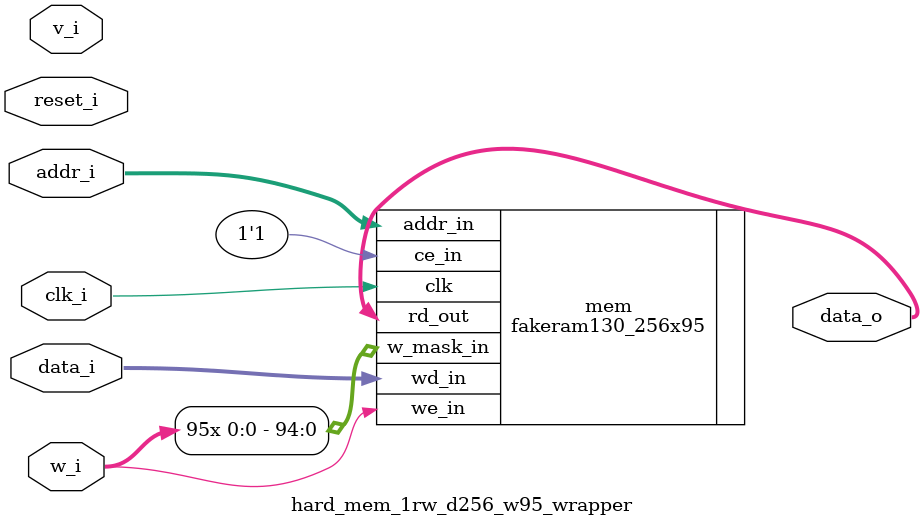
<source format=v>
module hard_mem_1rw_d512_w64_wrapper(clk_i, v_i, reset_i, data_i,
     addr_i, w_i, data_o);
  input clk_i, v_i, reset_i, w_i;
  input [63:0] data_i;
  input [8:0] addr_i;
  output [63:0] data_o;
  wire clk_i, v_i, reset_i, w_i;
  wire [63:0] data_i;
  wire [8:0] addr_i;
  wire [63:0] data_o;

  fakeram130_512x64 mem (

`ifdef USE_POWER_PINS
    .vccd1(vccd1),
    .vssd1(vssd1),
`endif  
    .clk      (clk_i   ),
    .rd_out   (data_o  ),
    .ce_in    (1'b1    ),
    .we_in    (w_i     ),
    .w_mask_in({64{w_i}}),
    .addr_in  (addr_i  ),
    .wd_in    (data_i  )
  );

endmodule

module hard_mem_1rw_bit_mask_d64_w96_wrapper(clk_i, reset_i, data_i,
     addr_i, v_i, w_mask_i, w_i, data_o);
  input clk_i, reset_i, v_i, w_i;
  input [95:0] data_i, w_mask_i;
  input [5:0] addr_i;
  output [95:0] data_o;
  wire clk_i, reset_i, v_i, w_i;
  wire [95:0] data_i, w_mask_i;
  wire [5:0] addr_i;
  wire [95:0] data_o;

  fakeram130_64x96 mem (
`ifdef USE_POWER_PINS
    .vccd1(vccd1),
    .vssd1(vssd1),
`endif 
    .clk      (clk_i   ),
    .rd_out   (data_o  ),
    .ce_in    (1'b1    ),
    .we_in    (w_i     ),
    .w_mask_in(w_mask_i),
    .addr_in  (addr_i  ),
    .wd_in    (data_i  )
  );


endmodule


module hard_mem_1rw_byte_mask_d512_w64_wrapper(clk_i, reset_i, data_i,
     addr_i, v_i, write_mask_i, w_i, data_o);
  input clk_i, reset_i, v_i, w_i;
  input [63:0] data_i;
  input [8:0] addr_i;
  input [7:0] write_mask_i;
  output [63:0] data_o;
  wire clk_i, reset_i, v_i, w_i;
  wire [63:0] data_i;
  wire [8:0] addr_i;
  wire [7:0] write_mask_i;
  wire [63:0] data_o;
  wire [63:0] wen;

  fakeram130_512x64 mem (
`ifdef USE_POWER_PINS
    .vccd1(vccd1),
    .vssd1(vssd1),
`endif 
    .clk      (clk_i   ),
    .rd_out   (data_o  ),
    .ce_in    (1'b1    ),
    .we_in    (w_i     ),
    .w_mask_in({{8{write_mask_i[7]}},
                {8{write_mask_i[6]}},
                {8{write_mask_i[5]}},
                {8{write_mask_i[4]}},
                {8{write_mask_i[3]}},
                {8{write_mask_i[2]}},
                {8{write_mask_i[1]}},
                {8{write_mask_i[0]}}}
      ),
    .addr_in  (addr_i  ),
    .wd_in    (data_i  )
  );

endmodule

module hard_mem_1rw_bit_mask_d64_w7_wrapper(clk_i, reset_i, data_i,
     addr_i, v_i, w_mask_i, w_i, data_o);
  input clk_i, reset_i, v_i, w_i;
  input [6:0] data_i, w_mask_i;
  input [5:0] addr_i;
  output [6:0] data_o;
  wire clk_i, reset_i, v_i, w_i;
  wire [6:0] data_i, w_mask_i;
  wire [5:0] addr_i;
  wire [6:0] data_o;

  fakeram130_64x7 mem (
`ifdef USE_POWER_PINS
    .vccd1(vccd1),
    .vssd1(vssd1),
`endif 
    .clk      (clk_i   ),
    .rd_out   (data_o  ),
    .ce_in    (1'b1    ),
    .we_in    (w_i     ),
    .w_mask_in(w_mask_i),
    .addr_in  (addr_i  ),
    .wd_in    (data_i  )
  );

endmodule

module hard_mem_1rw_bit_mask_d64_w15_wrapper(clk_i, reset_i, data_i,
     addr_i, v_i, w_mask_i, w_i, data_o);
  input clk_i, reset_i, v_i, w_i;
  input [14:0] data_i, w_mask_i;
  input [5:0] addr_i;
  output [14:0] data_o;
  wire clk_i, reset_i, v_i, w_i;
  wire [14:0] data_i, w_mask_i;
  wire [5:0] addr_i;
  wire [14:0] data_o;

  fakeram130_64x15 mem (
`ifdef USE_POWER_PINS
    .vccd1(vccd1),
    .vssd1(vssd1),
`endif 
    .clk      (clk_i   ),
    .rd_out   (data_o  ),
    .ce_in    (1'b1    ),
    .we_in    (w_i     ),
    .w_mask_in(w_mask_i),
    .addr_in  (addr_i  ),
    .wd_in    (data_i  )
  );

endmodule


module hard_mem_1rw_d256_w95_wrapper(clk_i, v_i, reset_i, data_i,
     addr_i, w_i, data_o);
  input clk_i, v_i, reset_i, w_i;
  input [94:0] data_i;
  input [7:0] addr_i;
  output [94:0] data_o;
  wire clk_i, v_i, reset_i, w_i;
  wire [94:0] data_i;
  wire [7:0] addr_i;
  wire [94:0] data_o;


  fakeram130_256x95 mem (
`ifdef USE_POWER_PINS
    .vccd1(vccd1),
    .vssd1(vssd1),
`endif 
    .clk      (clk_i   ),
    .rd_out   (data_o  ),
    .ce_in    (1'b1    ),
    .we_in    (w_i     ),
    .w_mask_in({95{w_i}}),
    .addr_in  (addr_i  ),
    .wd_in    (data_i  )
  );


endmodule

</source>
